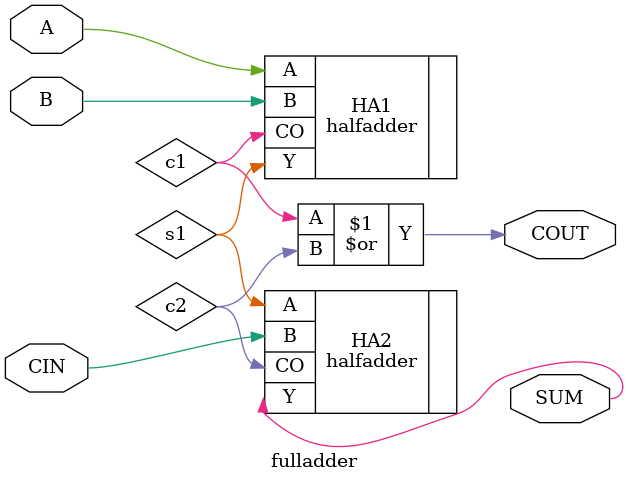
<source format=v>
module fulladder(A, B, CIN, SUM, COUT);

input A, B, CIN;
output SUM, COUT;
wire s1, c1, c2;

halfadder HA1 (.A(A), .B(B), .Y(s1), .CO(c1));
halfadder HA2 (.A(s1), .B(CIN), .Y(SUM), .CO(c2));

assign COUT = c1 | c2;

endmodule


</source>
